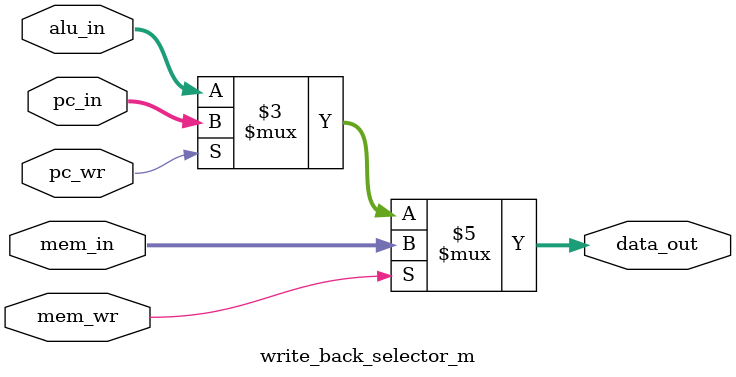
<source format=sv>
`timescale 1ns / 1ps


module write_back_selector_m
#(
	parameter WORD_SIZE = 16
 )
(
	input wire mem_wr, pc_wr,
	input wire[WORD_SIZE-1:0] alu_in, mem_in, pc_in,
	output reg[WORD_SIZE-1:0] data_out
);

	always @ (*) begin
		case (1'b1) 
			mem_wr:
				data_out <= mem_in;
			pc_wr:
				data_out <= pc_in;
			default:
				data_out <= alu_in;
		endcase
	end

endmodule

</source>
